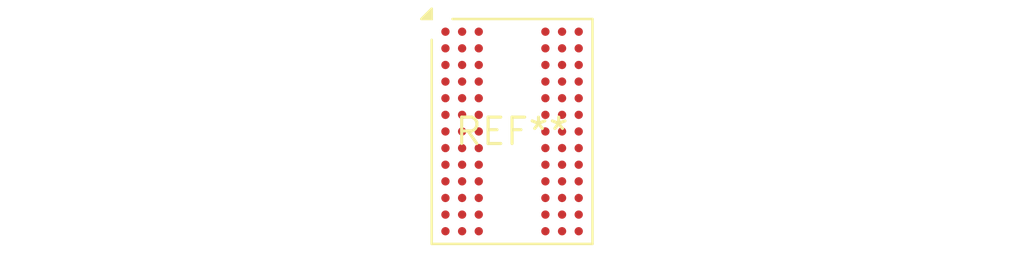
<source format=kicad_pcb>
(kicad_pcb (version 20240108) (generator pcbnew)
  (layers (0 "F.Cu" signal) (31 "B.Cu" signal) (34 "B.Paste" user) (35 "F.Paste" user) (36 "B.SilkS" user "B.Silkscreen") (37 "F.SilkS" user "F.Silkscreen") (38 "B.Mask" user) (39 "F.Mask" user) (44 "Edge.Cuts" user))
  (net 0 "")
  (footprint "Micron_FBGA-78_7.5x10.6mm_Layout9x13_P0.8mm" (layer "F.Cu") (at 0 0)
    (property "Reference" "REF**")
    (property "Value" "Micron_FBGA-78_7.5x10.6mm_Layout9x13_P0.8mm")
    (fp_line (start -3.86 5.41) (end -3.86 -4.41) (layer "F.SilkS") (stroke (width 0.12)))
    (fp_line (start -2.86 -5.41) (end 3.86 -5.41) (layer "F.SilkS") (stroke (width 0.12)))
    (fp_line (start 3.86 -5.41) (end 3.86 5.41) (layer "F.SilkS") (stroke (width 0.12)))
    (fp_line (start 3.86 5.41) (end -3.86 5.41) (layer "F.SilkS") (stroke (width 0.12)))
    (fp_poly (pts (xy -3.86 -5.41) (xy -4.36 -5.41) (xy -3.86 -5.91) (xy -3.86 -5.41)) (layer "F.SilkS") (stroke (width 0.12)) (fill solid))
    (pad "A1" smd circle (at -3.2 -4.8) (size 0.4 0.4) (property pad_prop_bga) (layers "F.Cu" "F.Paste" "F.Mask"))
    (pad "A2" smd circle (at -2.4 -4.8) (size 0.4 0.4) (property pad_prop_bga) (layers "F.Cu" "F.Paste" "F.Mask"))
    (pad "A3" smd circle (at -1.6 -4.8) (size 0.4 0.4) (property pad_prop_bga) (layers "F.Cu" "F.Paste" "F.Mask"))
    (pad "A7" smd circle (at 1.6 -4.8) (size 0.4 0.4) (property pad_prop_bga) (layers "F.Cu" "F.Paste" "F.Mask"))
    (pad "A8" smd circle (at 2.4 -4.8) (size 0.4 0.4) (property pad_prop_bga) (layers "F.Cu" "F.Paste" "F.Mask"))
    (pad "A9" smd circle (at 3.2 -4.8) (size 0.4 0.4) (property pad_prop_bga) (layers "F.Cu" "F.Paste" "F.Mask"))
    (pad "B1" smd circle (at -3.2 -4) (size 0.4 0.4) (property pad_prop_bga) (layers "F.Cu" "F.Paste" "F.Mask"))
    (pad "B2" smd circle (at -2.4 -4) (size 0.4 0.4) (property pad_prop_bga) (layers "F.Cu" "F.Paste" "F.Mask"))
    (pad "B3" smd circle (at -1.6 -4) (size 0.4 0.4) (property pad_prop_bga) (layers "F.Cu" "F.Paste" "F.Mask"))
    (pad "B7" smd circle (at 1.6 -4) (size 0.4 0.4) (property pad_prop_bga) (layers "F.Cu" "F.Paste" "F.Mask"))
    (pad "B8" smd circle (at 2.4 -4) (size 0.4 0.4) (property pad_prop_bga) (layers "F.Cu" "F.Paste" "F.Mask"))
    (pad "B9" smd circle (at 3.2 -4) (size 0.4 0.4) (property pad_prop_bga) (layers "F.Cu" "F.Paste" "F.Mask"))
    (pad "C1" smd circle (at -3.2 -3.2) (size 0.4 0.4) (property pad_prop_bga) (layers "F.Cu" "F.Paste" "F.Mask"))
    (pad "C2" smd circle (at -2.4 -3.2) (size 0.4 0.4) (property pad_prop_bga) (layers "F.Cu" "F.Paste" "F.Mask"))
    (pad "C3" smd circle (at -1.6 -3.2) (size 0.4 0.4) (property pad_prop_bga) (layers "F.Cu" "F.Paste" "F.Mask"))
    (pad "C7" smd circle (at 1.6 -3.2) (size 0.4 0.4) (property pad_prop_bga) (layers "F.Cu" "F.Paste" "F.Mask"))
    (pad "C8" smd circle (at 2.4 -3.2) (size 0.4 0.4) (property pad_prop_bga) (layers "F.Cu" "F.Paste" "F.Mask"))
    (pad "C9" smd circle (at 3.2 -3.2) (size 0.4 0.4) (property pad_prop_bga) (layers "F.Cu" "F.Paste" "F.Mask"))
    (pad "D1" smd circle (at -3.2 -2.4) (size 0.4 0.4) (property pad_prop_bga) (layers "F.Cu" "F.Paste" "F.Mask"))
    (pad "D2" smd circle (at -2.4 -2.4) (size 0.4 0.4) (property pad_prop_bga) (layers "F.Cu" "F.Paste" "F.Mask"))
    (pad "D3" smd circle (at -1.6 -2.4) (size 0.4 0.4) (property pad_prop_bga) (layers "F.Cu" "F.Paste" "F.Mask"))
    (pad "D7" smd circle (at 1.6 -2.4) (size 0.4 0.4) (property pad_prop_bga) (layers "F.Cu" "F.Paste" "F.Mask"))
    (pad "D8" smd circle (at 2.4 -2.4) (size 0.4 0.4) (property pad_prop_bga) (layers "F.Cu" "F.Paste" "F.Mask"))
    (pad "D9" smd circle (at 3.2 -2.4) (size 0.4 0.4) (property pad_prop_bga) (layers "F.Cu" "F.Paste" "F.Mask"))
    (pad "E1" smd circle (at -3.2 -1.6) (size 0.4 0.4) (property pad_prop_bga) (layers "F.Cu" "F.Paste" "F.Mask"))
    (pad "E2" smd circle (at -2.4 -1.6) (size 0.4 0.4) (property pad_prop_bga) (layers "F.Cu" "F.Paste" "F.Mask"))
    (pad "E3" smd circle (at -1.6 -1.6) (size 0.4 0.4) (property pad_prop_bga) (layers "F.Cu" "F.Paste" "F.Mask"))
    (pad "E7" smd circle (at 1.6 -1.6) (size 0.4 0.4) (property pad_prop_bga) (layers "F.Cu" "F.Paste" "F.Mask"))
    (pad "E8" smd circle (at 2.4 -1.6) (size 0.4 0.4) (property pad_prop_bga) (layers "F.Cu" "F.Paste" "F.Mask"))
    (pad "E9" smd circle (at 3.2 -1.6) (size 0.4 0.4) (property pad_prop_bga) (layers "F.Cu" "F.Paste" "F.Mask"))
    (pad "F1" smd circle (at -3.2 -0.8) (size 0.4 0.4) (property pad_prop_bga) (layers "F.Cu" "F.Paste" "F.Mask"))
    (pad "F2" smd circle (at -2.4 -0.8) (size 0.4 0.4) (property pad_prop_bga) (layers "F.Cu" "F.Paste" "F.Mask"))
    (pad "F3" smd circle (at -1.6 -0.8) (size 0.4 0.4) (property pad_prop_bga) (layers "F.Cu" "F.Paste" "F.Mask"))
    (pad "F7" smd circle (at 1.6 -0.8) (size 0.4 0.4) (property pad_prop_bga) (layers "F.Cu" "F.Paste" "F.Mask"))
    (pad "F8" smd circle (at 2.4 -0.8) (size 0.4 0.4) (property pad_prop_bga) (layers "F.Cu" "F.Paste" "F.Mask"))
    (pad "F9" smd circle (at 3.2 -0.8) (size 0.4 0.4) (property pad_prop_bga) (layers "F.Cu" "F.Paste" "F.Mask"))
    (pad "G1" smd circle (at -3.2 0) (size 0.4 0.4) (property pad_prop_bga) (layers "F.Cu" "F.Paste" "F.Mask"))
    (pad "G2" smd circle (at -2.4 0) (size 0.4 0.4) (property pad_prop_bga) (layers "F.Cu" "F.Paste" "F.Mask"))
    (pad "G3" smd circle (at -1.6 0) (size 0.4 0.4) (property pad_prop_bga) (layers "F.Cu" "F.Paste" "F.Mask"))
    (pad "G7" smd circle (at 1.6 0) (size 0.4 0.4) (property pad_prop_bga) (layers "F.Cu" "F.Paste" "F.Mask"))
    (pad "G8" smd circle (at 2.4 0) (size 0.4 0.4) (property pad_prop_bga) (layers "F.Cu" "F.Paste" "F.Mask"))
    (pad "G9" smd circle (at 3.2 0) (size 0.4 0.4) (property pad_prop_bga) (layers "F.Cu" "F.Paste" "F.Mask"))
    (pad "H1" smd circle (at -3.2 0.8) (size 0.4 0.4) (property pad_prop_bga) (layers "F.Cu" "F.Paste" "F.Mask"))
    (pad "H2" smd circle (at -2.4 0.8) (size 0.4 0.4) (property pad_prop_bga) (layers "F.Cu" "F.Paste" "F.Mask"))
    (pad "H3" smd circle (at -1.6 0.8) (size 0.4 0.4) (property pad_prop_bga) (layers "F.Cu" "F.Paste" "F.Mask"))
    (pad "H7" smd circle (at 1.6 0.8) (size 0.4 0.4) (property pad_prop_bga) (layers "F.Cu" "F.Paste" "F.Mask"))
    (pad "H8" smd circle (at 2.4 0.8) (size 0.4 0.4) (property pad_prop_bga) (layers "F.Cu" "F.Paste" "F.Mask"))
    (pad "H9" smd circle (at 3.2 0.8) (size 0.4 0.4) (property pad_prop_bga) (layers "F.Cu" "F.Paste" "F.Mask"))
    (pad "J1" smd circle (at -3.2 1.6) (size 0.4 0.4) (property pad_prop_bga) (layers "F.Cu" "F.Paste" "F.Mask"))
    (pad "J2" smd circle (at -2.4 1.6) (size 0.4 0.4) (property pad_prop_bga) (layers "F.Cu" "F.Paste" "F.Mask"))
    (pad "J3" smd circle (at -1.6 1.6) (size 0.4 0.4) (property pad_prop_bga) (layers "F.Cu" "F.Paste" "F.Mask"))
    (pad "J7" smd circle (at 1.6 1.6) (size 0.4 0.4) (property pad_prop_bga) (layers "F.Cu" "F.Paste" "F.Mask"))
    (pad "J8" smd circle (at 2.4 1.6) (size 0.4 0.4) (property pad_prop_bga) (layers "F.Cu" "F.Paste" "F.Mask"))
    (pad "J9" smd circle (at 3.2 1.6) (size 0.4 0.4) (property pad_prop_bga) (layers "F.Cu" "F.Paste" "F.Mask"))
    (pad "K1" smd circle (at -3.2 2.4) (size 0.4 0.4) (property pad_prop_bga) (layers "F.Cu" "F.Paste" "F.Mask"))
    (pad "K2" smd circle (at -2.4 2.4) (size 0.4 0.4) (property pad_prop_bga) (layers "F.Cu" "F.Paste" "F.Mask"))
    (pad "K3" smd circle (at -1.6 2.4) (size 0.4 0.4) (property pad_prop_bga) (layers "F.Cu" "F.Paste" "F.Mask"))
    (pad "K7" smd circle (at 1.6 2.4) (size 0.4 0.4) (property pad_prop_bga) (layers "F.Cu" "F.Paste" "F.Mask"))
    (pad "K8" smd circle (at 2.4 2.4) (size 0.4 0.4) (property pad_prop_bga) (layers "F.Cu" "F.Paste" "F.Mask"))
    (pad "K9" smd circle (at 3.2 2.4) (size 0.4 0.4) (property pad_prop_bga) (layers "F.Cu" "F.Paste" "F.Mask"))
    (pad "L1" smd circle (at -3.2 3.2) (size 0.4 0.4) (property pad_prop_bga) (layers "F.Cu" "F.Paste" "F.Mask"))
    (pad "L2" smd circle (at -2.4 3.2) (size 0.4 0.4) (property pad_prop_bga) (layers "F.Cu" "F.Paste" "F.Mask"))
    (pad "L3" smd circle (at -1.6 3.2) (size 0.4 0.4) (property pad_prop_bga) (layers "F.Cu" "F.Paste" "F.Mask"))
    (pad "L7" smd circle (at 1.6 3.2) (size 0.4 0.4) (property pad_prop_bga) (layers "F.Cu" "F.Paste" "F.Mask"))
    (pad "L8" smd circle (at 2.4 3.2) (size 0.4 0.4) (property pad_prop_bga) (layers "F.Cu" "F.Paste" "F.Mask"))
    (pad "L9" smd circle (at 3.2 3.2) (size 0.4 0.4) (property pad_prop_bga) (layers "F.Cu" "F.Paste" "F.Mask"))
    (pad "M1" smd circle (at -3.2 4) (size 0.4 0.4) (property pad_prop_bga) (layers "F.Cu" "F.Paste" "F.Mask"))
    (pad "M2" smd circle (at -2.4 4) (size 0.4 0.4) (property pad_prop_bga) (layers "F.Cu" "F.Paste" "F.Mask"))
    (pad "M3" smd circle (at -1.6 4) (size 0.4 0.4) (property pad_prop_bga) (layers "F.Cu" "F.Paste" "F.Mask"))
    (pad "M7" smd circle (at 1.6 4) (size 0.4 0.4) (property pad_prop_bga) (layers "F.Cu" "F.Paste" "F.Mask"))
    (pad "M8" smd circle (at 2.4 4) (size 0.4 0.4) (property pad_prop_bga) (layers "F.Cu" "F.Paste" "F.Mask"))
    (pad "M9" smd circle (at 3.2 4) (size 0.4 0.4) (property pad_prop_bga) (layers "F.Cu" "F.Paste" "F.Mask"))
    (pad "N1" smd circle (at -3.2 4.8) (size 0.4 0.4) (property pad_prop_bga) (layers "F.Cu" "F.Paste" "F.Mask"))
    (pad "N2" smd circle (at -2.4 4.8) (size 0.4 0.4) (property pad_prop_bga) (layers "F.Cu" "F.Paste" "F.Mask"))
    (pad "N3" smd circle (at -1.6 4.8) (size 0.4 0.4) (property pad_prop_bga) (layers "F.Cu" "F.Paste" "F.Mask"))
    (pad "N7" smd circle (at 1.6 4.8) (size 0.4 0.4) (property pad_prop_bga) (layers "F.Cu" "F.Paste" "F.Mask"))
    (pad "N8" smd circle (at 2.4 4.8) (size 0.4 0.4) (property pad_prop_bga) (layers "F.Cu" "F.Paste" "F.Mask"))
    (pad "N9" smd circle (at 3.2 4.8) (size 0.4 0.4) (property pad_prop_bga) (layers "F.Cu" "F.Paste" "F.Mask"))
  )
)
</source>
